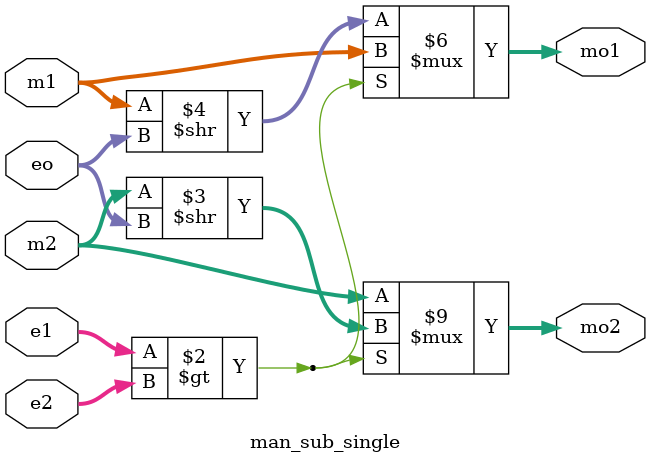
<source format=v>
module man_sub_single(
input [7:0]e1,
input [7:0]e2,
input [7:0]eo,
//input clk,
input [27:0]m1,m2,
output reg [27:0]mo1,mo2
);

always @(*) 
begin
if (e1 > e2)	begin
	mo2 = m2 >> eo;
	mo1 = m1;
	end    
else begin
	mo1 = m1 >> eo;
	mo2 = m2;
	  end
end

endmodule




</source>
